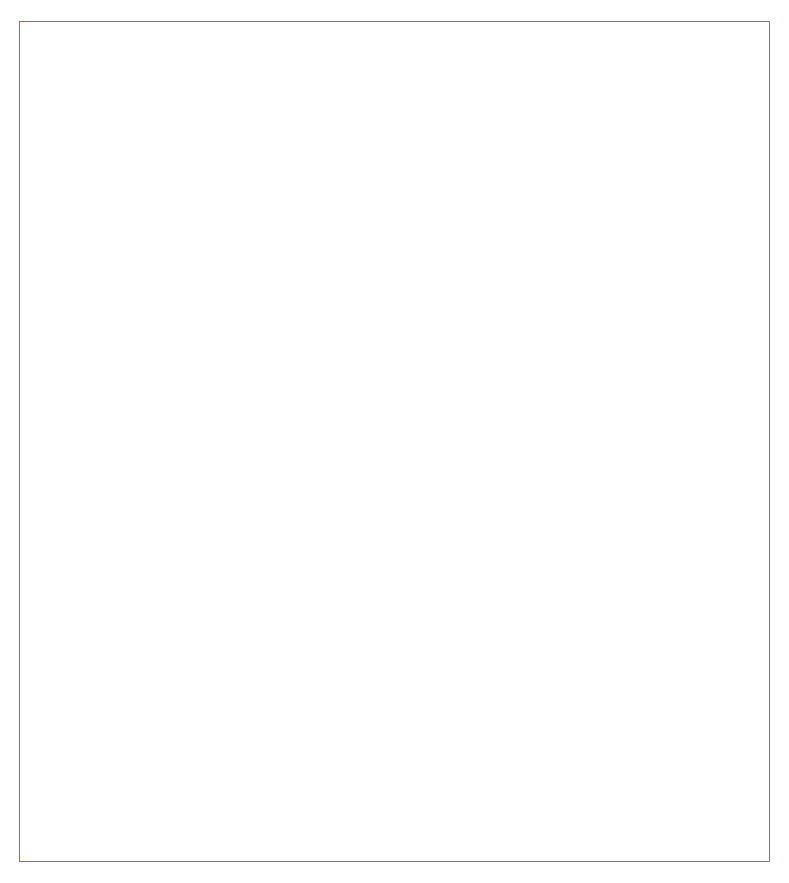
<source format=gbr>
%TF.GenerationSoftware,KiCad,Pcbnew,(6.0.1-0)*%
%TF.CreationDate,2022-02-23T15:31:50-05:00*%
%TF.ProjectId,PCB - Controls,50434220-2d20-4436-9f6e-74726f6c732e,rev?*%
%TF.SameCoordinates,Original*%
%TF.FileFunction,Profile,NP*%
%FSLAX46Y46*%
G04 Gerber Fmt 4.6, Leading zero omitted, Abs format (unit mm)*
G04 Created by KiCad (PCBNEW (6.0.1-0)) date 2022-02-23 15:31:50*
%MOMM*%
%LPD*%
G01*
G04 APERTURE LIST*
%TA.AperFunction,Profile*%
%ADD10C,0.100000*%
%TD*%
G04 APERTURE END LIST*
D10*
X116840000Y-48260000D02*
X180340000Y-48260000D01*
X180340000Y-48260000D02*
X180340000Y-119380000D01*
X180340000Y-119380000D02*
X116840000Y-119380000D01*
X116840000Y-119380000D02*
X116840000Y-48260000D01*
M02*

</source>
